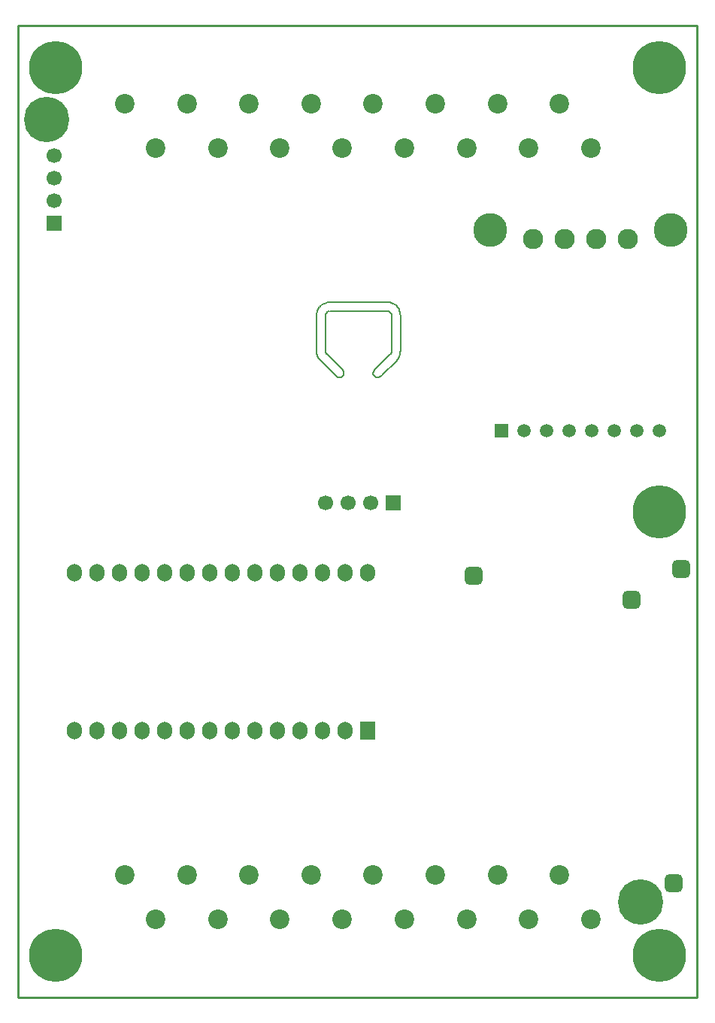
<source format=gbs>
%FSTAX23Y23*%
%MOIN*%
%SFA1B1*%

%IPPOS*%
%AMD57*
4,1,8,0.000000,-0.033500,0.000000,-0.033500,0.033500,0.000000,0.033500,0.000000,0.000000,0.033500,0.000000,0.033500,-0.033500,0.000000,-0.033500,0.000000,0.000000,-0.033500,0.0*
1,1,0.066940,0.000000,0.000000*
1,1,0.066940,0.000000,0.000000*
1,1,0.066940,0.000000,0.000000*
1,1,0.066940,0.000000,0.000000*
%
%AMD59*
4,1,8,0.033500,0.000000,0.033500,0.000000,0.000000,0.033500,0.000000,0.033500,-0.033500,0.000000,-0.033500,0.000000,0.000000,-0.033500,0.000000,-0.033500,0.033500,0.000000,0.0*
1,1,0.066940,0.000000,0.000000*
1,1,0.066940,0.000000,0.000000*
1,1,0.066940,0.000000,0.000000*
1,1,0.066940,0.000000,0.000000*
%
%AMD68*
4,1,8,0.019700,0.039400,-0.019700,0.039400,-0.039400,0.019700,-0.039400,-0.019700,-0.019700,-0.039400,0.019700,-0.039400,0.039400,-0.019700,0.039400,0.019700,0.019700,0.039400,0.0*
1,1,0.039360,0.019700,0.019700*
1,1,0.039360,-0.019700,0.019700*
1,1,0.039360,-0.019700,-0.019700*
1,1,0.039360,0.019700,-0.019700*
%
%ADD45C,0.010000*%
%ADD55C,0.005910*%
%ADD56R,0.066930X0.066930*%
G04~CAMADD=57~8~0.0~0.0~669.3~669.3~334.7~0.0~15~0.0~0.0~0.0~0.0~0~0.0~0.0~0.0~0.0~0~0.0~0.0~0.0~180.0~670.0~669.0*
%ADD57D57*%
%ADD58R,0.066930X0.066930*%
G04~CAMADD=59~8~0.0~0.0~669.3~669.3~334.7~0.0~15~0.0~0.0~0.0~0.0~0~0.0~0.0~0.0~0.0~0~0.0~0.0~0.0~270.0~670.0~669.0*
%ADD59D59*%
%ADD60C,0.086610*%
%ADD61C,0.090000*%
%ADD62C,0.150000*%
%ADD63R,0.059050X0.059050*%
%ADD64C,0.059050*%
%ADD65R,0.066930X0.078740*%
%ADD66O,0.066930X0.078740*%
%ADD67C,0.236220*%
G04~CAMADD=68~8~0.0~0.0~787.4~787.4~196.8~0.0~15~0.0~0.0~0.0~0.0~0~0.0~0.0~0.0~0.0~0~0.0~0.0~0.0~0.0~787.4~787.4*
%ADD68D68*%
%ADD92C,0.200790*%
%LNsbtech_icarusboard_1v0-1*%
%LPD*%
G54D45*
X0Y0D02*
X03011D01*
Y04311*
X0D02*
X03011D01*
X0Y0D02*
Y04311D01*
G54D55*
X01413Y02754D02*
D01*
X01414Y02753*
X01415Y02752*
X01416Y02752*
X01417Y02751*
X01418Y02751*
X01419Y0275*
X0142Y0275*
X01421Y0275*
X01422Y02749*
X01423Y02749*
X01424Y02749*
X01424Y02749*
D01*
X01425Y02749*
X01426Y02749*
X01428Y0275*
X01429Y0275*
X0143Y0275*
X01431Y02751*
X01432Y02751*
X01433Y02752*
X01434Y02753*
X01435Y02753*
X01436Y02754*
X01436Y02754*
X0144Y02758D02*
D01*
X01441Y02759*
X01441Y0276*
X01442Y0276*
X01442Y02761*
X01443Y02762*
X01443Y02763*
X01443Y02764*
X01444Y02764*
X01444Y02765*
X01444Y02766*
X01444Y02767*
X01444Y02767*
Y02769D02*
D01*
X01444Y02771*
X01444Y02772*
X01444Y02773*
X01443Y02774*
X01443Y02776*
X01442Y02777*
X01442Y02778*
X01441Y02779*
X0144Y0278*
X0144Y02781*
X01439Y02782*
X01438Y02783*
X01362Y02867D02*
D01*
X01362Y02865*
X01363Y02864*
X01363Y02863*
X01363Y02861*
X01364Y0286*
X01364Y02859*
X01365Y02857*
X01365Y02856*
X01366Y02855*
X01367Y02854*
X01368Y02853*
X01368Y02853*
X01368Y03038D02*
D01*
X01367Y03037*
X01366Y03036*
X01365Y03035*
X01365Y03034*
X01364Y03033*
X01364Y03032*
X01363Y03031*
X01363Y03029*
X01363Y03028*
X01363Y03027*
X01362Y03025*
Y03025*
X01381Y03044D02*
D01*
X0138Y03044*
X01379Y03044*
X01377Y03043*
X01376Y03043*
X01375Y03043*
X01374Y03042*
X01372Y03042*
X01371Y03041*
X0137Y0304*
X01369Y03039*
X01368Y03039*
X01368Y03038*
X01649Y03038D02*
D01*
X01648Y03039*
X01647Y0304*
X01646Y03041*
X01645Y03042*
X01643Y03042*
X01642Y03043*
X01641Y03043*
X0164Y03043*
X01639Y03044*
X01637Y03044*
X01636Y03044*
X01636Y03044*
X01656Y03026D02*
D01*
X01656Y03027*
X01656Y03028*
X01655Y03029*
X01655Y0303*
X01655Y0303*
X01655Y03031*
X01654Y03032*
X01654Y03033*
X01653Y03034*
X01653Y03034*
X01652Y03035*
X01652Y03035*
X0165Y02853D02*
D01*
X01651Y02854*
X01652Y02855*
X01653Y02856*
X01653Y02858*
X01654Y02859*
X01654Y0286*
X01655Y02861*
X01655Y02862*
X01655Y02864*
X01656Y02865*
X01656Y02866*
X01656Y02867*
X01579Y02783D02*
D01*
X01578Y02782*
X01578Y02781*
X01577Y02779*
X01576Y02778*
X01576Y02777*
X01575Y02776*
X01575Y02775*
X01574Y02773*
X01574Y02772*
X01574Y02771*
X01574Y0277*
X01574Y02769*
D01*
X01574Y02768*
X01574Y02767*
X01574Y02766*
X01574Y02764*
X01575Y02763*
X01575Y02762*
X01576Y02761*
X01576Y0276*
X01577Y02759*
X01578Y02758*
X01579Y02757*
X01579Y02757*
X01583Y02753D02*
D01*
X01584Y02752*
X01584Y02752*
X01585Y02752*
X01585Y02751*
X01586Y02751*
X01586Y02751*
X01587Y0275*
X01587Y0275*
X01588Y0275*
X01589Y0275*
X01589Y0275*
X0159Y0275*
D01*
X01592Y0275*
X01594Y0275*
X01596Y02751*
X01598Y02751*
X01601Y02752*
X01603Y02753*
X01605Y02754*
X01607Y02755*
X01609Y02756*
X0161Y02758*
X01612Y02759*
X01612Y0276*
X01678Y02825D02*
D01*
X0168Y02828*
X01683Y02831*
X01685Y02834*
X01687Y02838*
X01689Y02841*
X01691Y02845*
X01692Y02849*
X01693Y02853*
X01694Y02856*
X01694Y0286*
X01694Y02864*
X01695Y02866*
Y03025D02*
D01*
X01694Y03029*
X01694Y03033*
X01693Y03037*
X01692Y03041*
X01691Y03045*
X0169Y03049*
X01688Y03052*
X01686Y03056*
X01683Y03059*
X01681Y03062*
X01678Y03065*
X01678Y03066*
D01*
X01675Y03069*
X01671Y03072*
X01668Y03074*
X01664Y03076*
X01661Y03078*
X01657Y0308*
X01653Y03081*
X01649Y03082*
X01645Y03083*
X01641Y03083*
X01637Y03084*
X01636Y03084*
X01382D02*
D01*
X01378Y03083*
X01374Y03083*
X0137Y03082*
X01366Y03081*
X01362Y0308*
X01358Y03078*
X01355Y03077*
X01351Y03075*
X01348Y03072*
X01344Y0307*
X01341Y03067*
X01341Y03066*
X01339Y03065D02*
D01*
X01336Y03062*
X01334Y03059*
X01332Y03056*
X0133Y03053*
X01328Y03049*
X01327Y03046*
X01326Y03043*
X01325Y03039*
X01324Y03035*
X01324Y03032*
X01323Y03028*
X01323Y03027*
Y02861D02*
D01*
X01323Y02858*
X01324Y02855*
X01324Y02852*
X01325Y02849*
X01326Y02847*
X01327Y02844*
X01328Y02841*
X0133Y02839*
X01331Y02836*
X01333Y02834*
X01335Y02832*
X01336Y02831*
X01412Y02755D02*
X01413Y02754D01*
X01436Y02754D02*
X0144Y02758D01*
X01444Y02767D02*
Y02769D01*
X01368Y02853D02*
X01438Y02783D01*
X01362Y02867D02*
Y03015D01*
Y03025*
X01382Y03044D02*
X01636D01*
X01649Y03038D02*
X01652Y03035D01*
X01656Y02867D02*
Y03026D01*
X01579Y02783D02*
X0165Y02853D01*
X01579Y02757D02*
X01583Y02753D01*
X01612Y0276D02*
X01678Y02825D01*
X01695Y02866D02*
Y03025D01*
X01382Y03084D02*
X01636D01*
X01339Y03065D02*
X01341Y03066D01*
X01323Y02861D02*
Y03027D01*
X01336Y02831D02*
X01416Y02751D01*
G54D56*
X00158Y03434D03*
G54D57*
X00158Y03534D03*
Y03634D03*
Y03734D03*
G54D58*
X01662Y02194D03*
G54D59*
X01562Y02194D03*
X01462D03*
X01362D03*
G54D60*
X02263Y03768D03*
X02125Y03964D03*
X01988Y03768D03*
X0185Y03964D03*
X02401D03*
X02539Y03768D03*
X01712D03*
X01574Y03964D03*
X01437Y03768D03*
X01299Y03964D03*
X00472D03*
X0061Y03768D03*
X00748Y03964D03*
X00885Y03768D03*
X01023Y03964D03*
X01161Y03768D03*
X00748Y00542D03*
X00885Y00346D03*
X01023Y00542D03*
X01161Y00346D03*
X0061D03*
X00472Y00542D03*
X01299D03*
X01437Y00346D03*
X01574Y00542D03*
X01712Y00346D03*
X02539D03*
X02401Y00542D03*
X02263Y00346D03*
X02125Y00542D03*
X01988Y00346D03*
X0185Y00542D03*
G54D61*
X02704Y03364D03*
X02564D03*
X02424D03*
X02284D03*
G54D62*
X02094Y03404D03*
X02894D03*
G54D63*
X02144Y02514D03*
G54D64*
X02244Y02514D03*
X02344D03*
X02444D03*
X02544D03*
X02644D03*
X02744D03*
X02844D03*
G54D65*
X01548Y01184D03*
G54D66*
X01448Y01184D03*
X01348D03*
X01248D03*
X01148D03*
X01048D03*
X00948D03*
X00848D03*
X00748D03*
X00648D03*
X00548D03*
X00448D03*
X00348D03*
X00248D03*
Y01884D03*
X00348D03*
X00448D03*
X00548D03*
X00648D03*
X00748D03*
X00848D03*
X00948D03*
X01048D03*
X01148D03*
X01248D03*
X01348D03*
X01448D03*
X01548D03*
G54D67*
X02844Y00187D03*
X00167D03*
Y04124D03*
X02844D03*
Y02155D03*
G54D68*
X02718Y01764D03*
X02906Y00508D03*
X0294Y019D03*
X0202Y0187D03*
G54D92*
X00125Y03895D03*
X0276Y00425D03*
M02*
</source>
